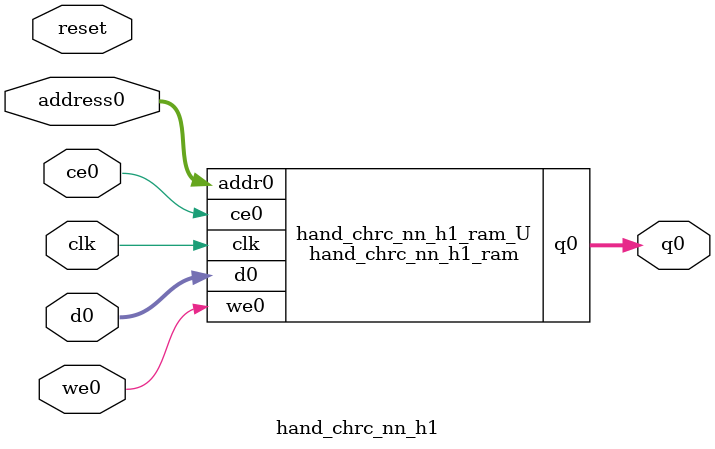
<source format=v>
`timescale 1 ns / 1 ps
module hand_chrc_nn_h1_ram (addr0, ce0, d0, we0, q0,  clk);

parameter DWIDTH = 32;
parameter AWIDTH = 7;
parameter MEM_SIZE = 100;

input[AWIDTH-1:0] addr0;
input ce0;
input[DWIDTH-1:0] d0;
input we0;
output reg[DWIDTH-1:0] q0;
input clk;

(* ram_style = "block" *)reg [DWIDTH-1:0] ram[0:MEM_SIZE-1];




always @(posedge clk)  
begin 
    if (ce0) 
    begin
        if (we0) 
        begin 
            ram[addr0] <= d0; 
        end 
        q0 <= ram[addr0];
    end
end


endmodule

`timescale 1 ns / 1 ps
module hand_chrc_nn_h1(
    reset,
    clk,
    address0,
    ce0,
    we0,
    d0,
    q0);

parameter DataWidth = 32'd32;
parameter AddressRange = 32'd100;
parameter AddressWidth = 32'd7;
input reset;
input clk;
input[AddressWidth - 1:0] address0;
input ce0;
input we0;
input[DataWidth - 1:0] d0;
output[DataWidth - 1:0] q0;



hand_chrc_nn_h1_ram hand_chrc_nn_h1_ram_U(
    .clk( clk ),
    .addr0( address0 ),
    .ce0( ce0 ),
    .we0( we0 ),
    .d0( d0 ),
    .q0( q0 ));

endmodule


</source>
